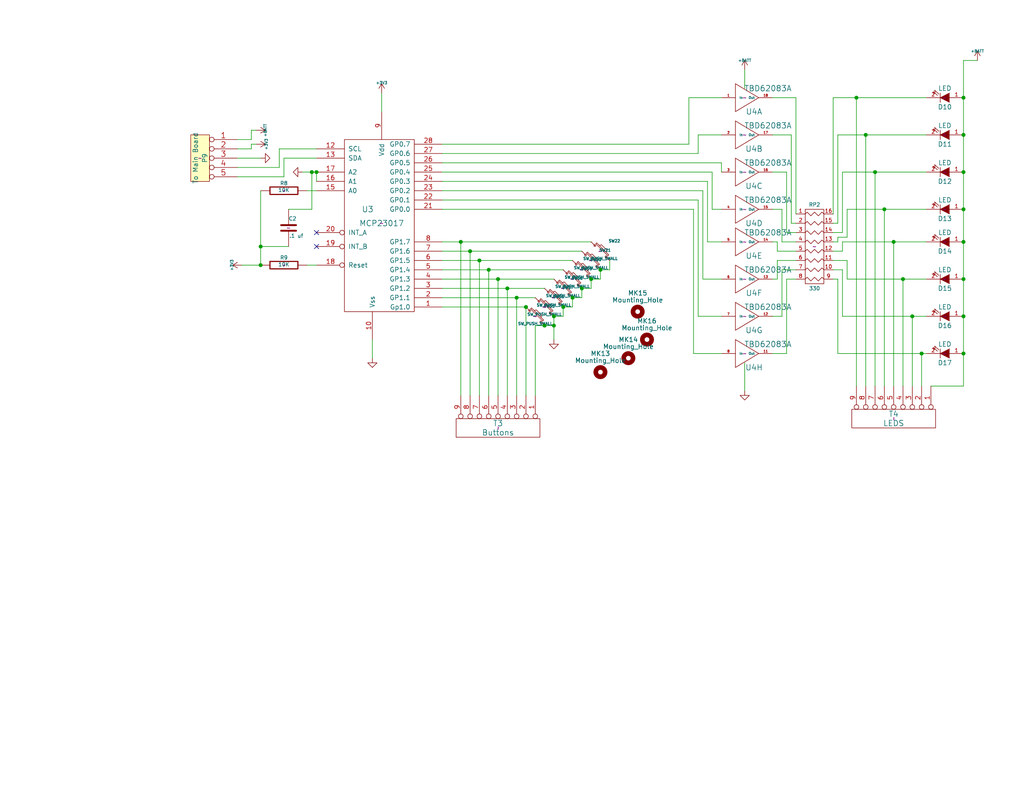
<source format=kicad_sch>
(kicad_sch (version 20211123) (generator eeschema)
  (paper "USLetter")
  (title_block (title "ESP32-S3-WROOM-ControlStand") (date "2022-07-25") (rev "1.0") (company "Deepwoods Software") (comment 1 "Button Led Panel 2"))
  (lib_symbols
    (symbol "ESP32-S3-WROOM-ControlStand-rescue:+3.3V" (power) (pin_names (offset 0))
      (property "Value" "+3.3V" (at 0 3.556 0))
      (symbol "+3.3V_0_1"
        (polyline (pts (xy -0.762 1.27) (xy 0 2.54)))
        (polyline (pts (xy 0 0) (xy 0 2.54)))
        (polyline (pts (xy 0 2.54) (xy 0.762 1.27)))
      )
      (symbol "+3.3V_1_1"
        (pin power_in line (at 0 0 90) (length 0) hide (name "+3V3") (number "1"))
      )
    )
    (symbol "ESP32-S3-WROOM-ControlStand-rescue:+BATT" (power) (pin_names (offset 0))
      (property "Value" "+BATT" (at 0 3.556 0))
      (symbol "+BATT_0_1"
        (polyline (pts (xy -0.762 1.27) (xy 0 2.54)))
        (polyline (pts (xy 0 0) (xy 0 2.54)))
        (polyline (pts (xy 0 2.54) (xy 0.762 1.27)))
      )
      (symbol "+BATT_1_1"
        (pin power_in line (at 0 0 90) (length 0) hide (name "+BATT") (number "1"))
      )
    )
    (symbol "ESP32-S3-WROOM-ControlStand-rescue:C-RESCUE-ESP32ControlStand" (pin_numbers hide) (pin_names (offset 0.254))
      (property "Reference" "C" (at 0 2.54 0))
      (property "Value" "C-RESCUE-ESP32ControlStand" (at 0.1524 -2.159 0))
      (symbol "C-RESCUE-ESP32ControlStand_0_1"
        (polyline (pts (xy -2.032 -0.762) (xy 2.032 -0.762)) (stroke (width 0.508)))
        (polyline (pts (xy -2.032 0.762) (xy 2.032 0.762)) (stroke (width 0.508)))
      )
      (symbol "C-RESCUE-ESP32ControlStand_1_1"
        (pin passive line (at 0 5.08 270) (length 4.318) (name "~") (number "1"))
        (pin passive line (at 0 -5.08 90) (length 4.318) (name "~") (number "2"))
      )
    )
    (symbol "ESP32-S3-WROOM-ControlStand-rescue:CONN_5" (pin_names (offset 1.016))
      (property "Reference" "P" (at -1.27 0 90))
      (property "Value" "CONN_5" (at 1.27 0 90))
      (symbol "CONN_5_0_1"
        (rectangle (start -2.54 6.35) (end 2.54 -6.35) (fill (type background)))
      )
      (symbol "CONN_5_1_1"
        (pin passive inverted (at -10.16 5.08 0) (length 7.62) (name "~") (number "1"))
        (pin passive inverted (at -10.16 2.54 0) (length 7.62) (name "~") (number "2"))
        (pin passive inverted (at -10.16 0 0) (length 7.62) (name "~") (number "3"))
        (pin passive inverted (at -10.16 -2.54 0) (length 7.62) (name "~") (number "4"))
        (pin passive inverted (at -10.16 -5.08 0) (length 7.62) (name "~") (number "5"))
      )
    )
    (symbol "ESP32-S3-WROOM-ControlStand-rescue:CONN_9" (pin_names (offset 1.016) hide)
      (property "Reference" "P" (at -1.27 0 90))
      (property "Value" "CONN_9" (at 1.27 0 90))
      (symbol "CONN_9_0_1"
        (rectangle (start -2.54 11.43) (end 2.54 -11.43))
      )
      (symbol "CONN_9_1_1"
        (pin passive inverted (at -8.89 10.16 0) (length 6.35) (name "P1") (number "1"))
        (pin passive inverted (at -8.89 7.62 0) (length 6.35) (name "P2") (number "2"))
        (pin passive inverted (at -8.89 5.08 0) (length 6.35) (name "P3") (number "3"))
        (pin passive inverted (at -8.89 2.54 0) (length 6.35) (name "P4") (number "4"))
        (pin passive inverted (at -8.89 0 0) (length 6.35) (name "P5") (number "5"))
        (pin passive inverted (at -8.89 -2.54 0) (length 6.35) (name "P6") (number "6"))
        (pin passive inverted (at -8.89 -5.08 0) (length 6.35) (name "P7") (number "7"))
        (pin passive inverted (at -8.89 -7.62 0) (length 6.35) (name "P8") (number "8"))
        (pin passive inverted (at -8.89 -10.16 0) (length 6.35) (name "P9") (number "9"))
      )
    )
    (symbol "ESP32-S3-WROOM-ControlStand-rescue:GND" (power) (pin_names (offset 0))
      (property "Value" "GND" (at 0 -3.81 0))
      (symbol "GND_0_1"
        (polyline (pts (xy 0 0) (xy 0 -1.27) (xy 1.27 -1.27) (xy 0 -2.54) (xy -1.27 -1.27) (xy 0 -1.27)))
      )
      (symbol "GND_1_1"
        (pin power_in line (at 0 0 270) (length 0) hide (name "GND") (number "1"))
      )
    )
    (symbol "ESP32-S3-WROOM-ControlStand-rescue:LED-RESCUE-ESP32ControlStand" (pin_names (offset 1.016) hide)
      (property "Reference" "D" (at 0 2.54 0))
      (property "Value" "LED-RESCUE-ESP32ControlStand" (at 0 -2.54 0))
      (symbol "LED-RESCUE-ESP32ControlStand_0_1"
        (polyline (pts (xy 1.27 1.27) (xy 1.27 -1.27)))
        (polyline (pts (xy -1.27 1.27) (xy 1.27 0) (xy -1.27 -1.27)) (fill (type outline)))
        (polyline (pts (xy 1.651 -1.016) (xy 2.794 -2.032) (xy 2.667 -1.397)))
        (polyline (pts (xy 2.032 -0.635) (xy 3.175 -1.651) (xy 3.048 -1.016)))
      )
      (symbol "LED-RESCUE-ESP32ControlStand_1_1"
        (pin passive line (at -5.08 0 0) (length 3.81) (name "A") (number "1"))
        (pin passive line (at 5.08 0 180) (length 3.81) (name "K") (number "2"))
      )
    )
    (symbol "ESP32-S3-WROOM-ControlStand-rescue:MCP23017-RESCUE-ESP32ControlStand" (pin_names (offset 1.016))
      (property "Reference" "U" (at -3.81 3.81 0))
      (property "Value" "MCP23017-RESCUE-ESP32ControlStand" (at 0 0 0))
      (symbol "MCP23017-RESCUE-ESP32ControlStand_0_1"
        (rectangle (start -10.16 22.86) (end 8.89 -24.13))
      )
      (symbol "MCP23017-RESCUE-ESP32ControlStand_1_1"
        (pin bidirectional line (at 16.51 -22.86 180) (length 7.62) (name "Gp1.0") (number "1"))
        (pin power_in line (at -2.54 -31.75 90) (length 7.62) (name "Vss") (number "10"))
        (pin input line (at -17.78 20.32 0) (length 7.62) (name "SCL") (number "12"))
        (pin bidirectional line (at -17.78 17.78 0) (length 7.62) (name "SDA") (number "13"))
        (pin input line (at -17.78 8.89 0) (length 7.62) (name "A0") (number "15"))
        (pin input line (at -17.78 11.43 0) (length 7.62) (name "A1") (number "16"))
        (pin input line (at -17.78 13.97 0) (length 7.62) (name "A2") (number "17"))
        (pin output inverted (at -17.78 -11.43 0) (length 7.62) (name "Reset") (number "18"))
        (pin output inverted (at -17.78 -6.35 0) (length 7.62) (name "INT_B") (number "19"))
        (pin bidirectional line (at 16.51 -20.32 180) (length 7.62) (name "GP1.1") (number "2"))
        (pin output inverted (at -17.78 -2.54 0) (length 7.62) (name "INT_A") (number "20"))
        (pin bidirectional line (at 16.51 3.81 180) (length 7.62) (name "GP0.0") (number "21"))
        (pin bidirectional line (at 16.51 6.35 180) (length 7.62) (name "GP0.1") (number "22"))
        (pin bidirectional line (at 16.51 8.89 180) (length 7.62) (name "GP0.2") (number "23"))
        (pin bidirectional line (at 16.51 11.43 180) (length 7.62) (name "GP0.3") (number "24"))
        (pin bidirectional line (at 16.51 13.97 180) (length 7.62) (name "GP0.4") (number "25"))
        (pin bidirectional line (at 16.51 16.51 180) (length 7.62) (name "GP0.5") (number "26"))
        (pin bidirectional line (at 16.51 19.05 180) (length 7.62) (name "GP0.6") (number "27"))
        (pin bidirectional line (at 16.51 21.59 180) (length 7.62) (name "GP0.7") (number "28"))
        (pin bidirectional line (at 16.51 -17.78 180) (length 7.62) (name "GP1.2") (number "3"))
        (pin bidirectional line (at 16.51 -15.24 180) (length 7.62) (name "GP1.3") (number "4"))
        (pin bidirectional line (at 16.51 -12.7 180) (length 7.62) (name "GP1.4") (number "5"))
        (pin bidirectional line (at 16.51 -10.16 180) (length 7.62) (name "GP1.5") (number "6"))
        (pin bidirectional line (at 16.51 -7.62 180) (length 7.62) (name "GP1.6") (number "7"))
        (pin bidirectional line (at 16.51 -5.08 180) (length 7.62) (name "GP1.7") (number "8"))
        (pin power_in line (at 0 30.48 270) (length 7.62) (name "Vdd") (number "9"))
      )
    )
    (symbol "ESP32-S3-WROOM-ControlStand-rescue:Mounting_Hole" (pin_names (offset 1.016))
      (property "Reference" "MK" (at 0 5.08 0))
      (property "Value" "Mounting_Hole" (at 0 3.175 0))
      (symbol "Mounting_Hole_0_1"
        (circle (center 0 0) (radius 1.27) (stroke (width 1.27)))
      )
    )
    (symbol "ESP32-S3-WROOM-ControlStand-rescue:R-RESCUE-ESP32ControlStand" (pin_numbers hide) (pin_names (offset 0))
      (property "Reference" "R" (at 2.032 0 90))
      (property "Value" "R-RESCUE-ESP32ControlStand" (at 0.1778 0.0254 90))
      (symbol "R-RESCUE-ESP32ControlStand_0_1"
        (rectangle (start -1.016 3.81) (end 1.016 -3.81) (stroke (width 0.3048)))
      )
      (symbol "R-RESCUE-ESP32ControlStand_1_1"
        (pin passive line (at 0 6.35 270) (length 2.54) (name "~") (number "1"))
        (pin passive line (at 0 -6.35 90) (length 2.54) (name "~") (number "2"))
      )
    )
    (symbol "ESP32-S3-WROOM-ControlStand-rescue:R_PACK8" (pin_names hide)
      (property "Reference" "RP" (at 0 11.43 0))
      (property "Value" "R_PACK8" (at 0 -11.43 0))
      (symbol "R_PACK8_0_1"
        (rectangle (start -2.54 10.16) (end 2.54 -10.16))
        (polyline (pts (xy -2.54 -8.89) (xy -2.032 -8.382) (xy -1.016 -9.398) (xy 0 -8.382) (xy 1.016 -9.398) (xy 2.032 -8.382) (xy 2.54 -8.89)))
        (polyline (pts (xy -2.54 -6.35) (xy -2.032 -5.842) (xy -1.016 -6.858) (xy 0 -5.842) (xy 1.016 -6.858) (xy 2.032 -5.842) (xy 2.54 -6.35)))
        (polyline (pts (xy -2.54 -3.81) (xy -2.032 -3.302) (xy -1.016 -4.318) (xy 0 -3.302) (xy 1.016 -4.318) (xy 2.032 -3.302) (xy 2.54 -3.81)))
        (polyline (pts (xy -2.54 -1.27) (xy -2.032 -0.762) (xy -1.016 -1.778) (xy 0 -0.762) (xy 1.016 -1.778) (xy 2.032 -0.762) (xy 2.54 -1.27)))
        (polyline (pts (xy -2.54 1.27) (xy -2.032 1.778) (xy -1.016 0.762) (xy 0 1.778) (xy 1.016 0.762) (xy 2.032 1.778) (xy 2.54 1.27)))
        (polyline (pts (xy -2.54 3.81) (xy -2.032 4.318) (xy -1.016 3.302) (xy 0 4.318) (xy 1.016 3.302) (xy 2.032 4.318) (xy 2.54 3.81)))
        (polyline (pts (xy -2.54 6.35) (xy -2.032 6.858) (xy -1.016 5.842) (xy 0 6.858) (xy 1.016 5.842) (xy 2.032 6.858) (xy 2.54 6.35)))
        (polyline (pts (xy -2.54 8.89) (xy -2.032 9.398) (xy -1.016 8.382) (xy 0 9.398) (xy 1.016 8.382) (xy 2.032 9.398) (xy 2.54 8.89)))
      )
      (symbol "R_PACK8_1_1"
        (pin passive line (at -5.08 8.89 0) (length 2.54) (name "P1") (number "1"))
        (pin passive line (at 5.08 -6.35 180) (length 2.54) (name "R7") (number "10"))
        (pin passive line (at 5.08 -3.81 180) (length 2.54) (name "R6") (number "11"))
        (pin passive line (at 5.08 -1.27 180) (length 2.54) (name "R5") (number "12"))
        (pin passive line (at 5.08 1.27 180) (length 2.54) (name "R4") (number "13"))
        (pin passive line (at 5.08 3.81 180) (length 2.54) (name "R3") (number "14"))
        (pin passive line (at 5.08 6.35 180) (length 2.54) (name "R2") (number "15"))
        (pin passive line (at 5.08 8.89 180) (length 2.54) (name "R1") (number "16"))
        (pin passive line (at -5.08 6.35 0) (length 2.54) (name "P2") (number "2"))
        (pin passive line (at -5.08 3.81 0) (length 2.54) (name "P3") (number "3"))
        (pin passive line (at -5.08 1.27 0) (length 2.54) (name "P4") (number "4"))
        (pin passive line (at -5.08 -1.27 0) (length 2.54) (name "P5") (number "5"))
        (pin passive line (at -5.08 -3.81 0) (length 2.54) (name "P6") (number "6"))
        (pin passive line (at -5.08 -6.35 0) (length 2.54) (name "P7") (number "7"))
        (pin passive line (at -5.08 -8.89 0) (length 2.54) (name "P8") (number "8"))
        (pin passive line (at 5.08 -8.89 180) (length 2.54) (name "R8") (number "9"))
      )
    )
    (symbol "ESP32-S3-WROOM-ControlStand-rescue:SW_PUSH_SMALL" (pin_numbers hide) (pin_names (offset 1.016) hide)
      (property "Reference" "SW" (at 3.81 2.794 0))
      (property "Value" "SW_PUSH_SMALL" (at 0 -2.0066 0))
      (symbol "SW_PUSH_SMALL_0_1"
        (circle (center -1.524 1.524) (radius 0.254))
        (polyline (pts (xy -2.54 2.54) (xy -1.524 1.524) (xy -1.524 1.524)))
        (polyline (pts (xy 1.524 -1.524) (xy 2.54 -2.54) (xy 2.54 -2.54) (xy 2.54 -2.54)))
        (polyline (pts (xy -0.254 1.524) (xy 0.254 1.778) (xy 1.778 0.254) (xy 1.524 -0.254) (xy 1.524 -0.254) (xy 1.524 -0.254)))
        (polyline (pts (xy -1.27 2.032) (xy 2.032 -1.27) (xy 2.286 -1.016) (xy -1.016 2.286) (xy -1.27 2.032) (xy -1.27 2.032) (xy -1.27 2.032)))
        (circle (center 1.524 -1.524) (radius 0.254))
        (pin passive line (at -2.54 2.54 0) (length 0) (name "1") (number "1"))
        (pin passive line (at 2.54 -2.54 180) (length 0) (name "2") (number "2"))
      )
    )
    (symbol "ESP32-S3-WROOM-ControlStand-rescue:TBD62083A" (pin_names (offset 1.016))
      (property "Reference" "U" (at 2.54 -3.81 0))
      (property "Value" "TBD62083A" (at 6.35 2.54 0))
      (symbol "TBD62083A_0_1"
        (polyline (pts (xy -2.54 3.81) (xy 3.81 0) (xy -2.54 -3.81) (xy -2.54 3.81)))
        (pin unspecified line (at 0 2.54 0) (length 0) hide (name "OC") (number "10"))
        (pin unspecified line (at 0 -2.54 0) (length 0) hide (name "IC") (number "9"))
      )
      (symbol "TBD62083A_1_1"
        (pin input line (at -6.35 0 0) (length 3.81) (name "In") (number "1"))
        (pin output line (at 7.62 0 180) (length 3.81) (name "Out") (number "18"))
      )
      (symbol "TBD62083A_2_1"
        (pin output line (at 7.62 0 180) (length 3.81) (name "Out") (number "17"))
        (pin input line (at -6.35 0 0) (length 3.81) (name "In") (number "2"))
      )
      (symbol "TBD62083A_3_1"
        (pin output line (at 7.62 0 180) (length 3.81) (name "Out") (number "16"))
        (pin input line (at -6.35 0 0) (length 3.81) (name "In") (number "3"))
      )
      (symbol "TBD62083A_4_1"
        (pin output line (at 7.62 0 180) (length 3.81) (name "Out") (number "15"))
        (pin input line (at -6.35 0 0) (length 3.81) (name "In") (number "4"))
      )
      (symbol "TBD62083A_5_1"
        (pin output line (at 7.62 0 180) (length 3.81) (name "Out") (number "14"))
        (pin input line (at -6.35 0 0) (length 3.81) (name "In") (number "5"))
      )
      (symbol "TBD62083A_6_1"
        (pin output line (at 7.62 0 180) (length 3.81) (name "Out") (number "13"))
        (pin input line (at -6.35 0 0) (length 3.81) (name "In") (number "6"))
      )
      (symbol "TBD62083A_7_1"
        (pin output line (at 7.62 0 180) (length 3.81) (name "Out") (number "12"))
        (pin input line (at -6.35 0 0) (length 3.81) (name "In") (number "7"))
      )
      (symbol "TBD62083A_8_1"
        (pin output line (at 7.62 0 180) (length 3.81) (name "Out") (number "11"))
        (pin input line (at -6.35 0 0) (length 3.81) (name "In") (number "8"))
      )
    )
  )
  (junction (at 138.43 78.74))
  (junction (at 161.29 76.2))
  (junction (at 233.68 26.67))
  (junction (at 248.92 86.36))
  (junction (at 130.81 71.12))
  (junction (at 143.51 83.82))
  (junction (at 243.84 66.04))
  (junction (at 236.22 36.83))
  (junction (at 251.46 96.52))
  (junction (at 140.97 81.28))
  (junction (at 153.67 83.82))
  (junction (at 85.09 46.99))
  (junction (at 262.89 76.2))
  (junction (at 262.89 96.52))
  (junction (at 262.89 86.36))
  (junction (at 135.89 76.2))
  (junction (at 238.76 46.99))
  (junction (at 151.13 88.9))
  (junction (at 246.38 76.2))
  (junction (at 262.89 26.67))
  (junction (at 241.3 57.15))
  (junction (at 262.89 57.15))
  (junction (at 86.36 46.99))
  (junction (at 262.89 46.99))
  (junction (at 156.21 81.28))
  (junction (at 262.89 36.83))
  (junction (at 133.35 73.66))
  (junction (at 151.13 86.36))
  (junction (at 262.89 66.04))
  (junction (at 148.59 88.9))
  (junction (at 71.12 67.31))
  (junction (at 125.73 66.04))
  (junction (at 128.27 68.58))
  (junction (at 71.12 72.39))
  (junction (at 158.75 78.74))
  (junction (at 163.83 73.66))
  (no_connect (at 86.36 63.5))
  (no_connect (at 86.36 67.31))
  (wire (pts (xy 193.04 66.04) (xy 196.85 66.04)))
  (wire (pts (xy 68.58 40.64) (xy 68.58 39.37)))
  (wire (pts (xy 135.89 76.2) (xy 151.13 76.2)))
  (wire (pts (xy 120.65 78.74) (xy 138.43 78.74)))
  (wire (pts (xy 120.65 66.04) (xy 125.73 66.04)))
  (wire (pts (xy 193.04 49.53) (xy 193.04 66.04)))
  (wire (pts (xy 228.6 64.77) (xy 228.6 66.04)))
  (wire (pts (xy 76.2 45.72) (xy 76.2 40.64)))
  (wire (pts (xy 166.37 71.12) (xy 166.37 73.66)))
  (wire (pts (xy 215.9 36.83) (xy 215.9 60.96)))
  (wire (pts (xy 120.65 71.12) (xy 130.81 71.12)))
  (wire (pts (xy 214.63 46.99) (xy 214.63 63.5)))
  (wire (pts (xy 231.14 71.12) (xy 227.33 71.12)))
  (wire (pts (xy 228.6 76.2) (xy 228.6 96.52)))
  (wire (pts (xy 104.14 25.4) (xy 104.14 30.48)))
  (wire (pts (xy 214.63 76.2) (xy 217.17 76.2)))
  (wire (pts (xy 130.81 71.12) (xy 156.21 71.12)))
  (wire (pts (xy 229.87 68.58) (xy 227.33 68.58)))
  (wire (pts (xy 143.51 83.82) (xy 143.51 107.95)))
  (wire (pts (xy 241.3 57.15) (xy 252.73 57.15)))
  (wire (pts (xy 231.14 57.15) (xy 241.3 57.15)))
  (wire (pts (xy 85.09 57.15) (xy 85.09 46.99)))
  (wire (pts (xy 187.96 26.67) (xy 196.85 26.67)))
  (wire (pts (xy 214.63 63.5) (xy 217.17 63.5)))
  (wire (pts (xy 190.5 36.83) (xy 196.85 36.83)))
  (wire (pts (xy 229.87 66.04) (xy 229.87 68.58)))
  (wire (pts (xy 189.23 57.15) (xy 189.23 96.52)))
  (wire (pts (xy 228.6 96.52) (xy 251.46 96.52)))
  (wire (pts (xy 120.65 49.53) (xy 193.04 49.53)))
  (wire (pts (xy 262.89 105.41) (xy 254 105.41)))
  (wire (pts (xy 71.12 67.31) (xy 71.12 72.39)))
  (wire (pts (xy 64.77 40.64) (xy 68.58 40.64)))
  (wire (pts (xy 203.2 99.06) (xy 203.2 106.68)))
  (wire (pts (xy 243.84 66.04) (xy 252.73 66.04)))
  (wire (pts (xy 262.89 26.67) (xy 262.89 36.83)))
  (wire (pts (xy 227.33 26.67) (xy 233.68 26.67)))
  (wire (pts (xy 77.47 48.26) (xy 77.47 43.18)))
  (wire (pts (xy 190.5 54.61) (xy 190.5 86.36)))
  (wire (pts (xy 133.35 73.66) (xy 153.67 73.66)))
  (wire (pts (xy 158.75 81.28) (xy 156.21 81.28)))
  (wire (pts (xy 262.89 46.99) (xy 262.89 57.15)))
  (wire (pts (xy 163.83 73.66) (xy 163.83 76.2)))
  (wire (pts (xy 163.83 76.2) (xy 161.29 76.2)))
  (wire (pts (xy 120.65 81.28) (xy 140.97 81.28)))
  (wire (pts (xy 212.09 71.12) (xy 217.17 71.12)))
  (wire (pts (xy 262.89 57.15) (xy 262.89 66.04)))
  (wire (pts (xy 217.17 26.67) (xy 210.82 26.67)))
  (wire (pts (xy 248.92 105.41) (xy 248.92 86.36)))
  (wire (pts (xy 151.13 86.36) (xy 151.13 88.9)))
  (wire (pts (xy 262.89 76.2) (xy 262.89 86.36)))
  (wire (pts (xy 210.82 76.2) (xy 212.09 76.2)))
  (wire (pts (xy 120.65 68.58) (xy 128.27 68.58)))
  (wire (pts (xy 64.77 45.72) (xy 76.2 45.72)))
  (wire (pts (xy 151.13 88.9) (xy 151.13 92.71)))
  (wire (pts (xy 64.77 48.26) (xy 77.47 48.26)))
  (wire (pts (xy 262.89 36.83) (xy 262.89 46.99)))
  (wire (pts (xy 213.36 66.04) (xy 217.17 66.04)))
  (wire (pts (xy 228.6 36.83) (xy 236.22 36.83)))
  (wire (pts (xy 125.73 107.95) (xy 125.73 66.04)))
  (wire (pts (xy 71.12 72.39) (xy 66.04 72.39)))
  (wire (pts (xy 133.35 107.95) (xy 133.35 73.66)))
  (wire (pts (xy 194.31 57.15) (xy 196.85 57.15)))
  (wire (pts (xy 213.36 73.66) (xy 217.17 73.66)))
  (wire (pts (xy 229.87 46.99) (xy 238.76 46.99)))
  (wire (pts (xy 212.09 76.2) (xy 212.09 71.12)))
  (wire (pts (xy 156.21 83.82) (xy 153.67 83.82)))
  (wire (pts (xy 246.38 76.2) (xy 252.73 76.2)))
  (wire (pts (xy 77.47 43.18) (xy 86.36 43.18)))
  (wire (pts (xy 101.6 92.71) (xy 101.6 97.79)))
  (wire (pts (xy 227.33 58.42) (xy 227.33 26.67)))
  (wire (pts (xy 231.14 64.77) (xy 228.6 64.77)))
  (wire (pts (xy 214.63 96.52) (xy 214.63 76.2)))
  (wire (pts (xy 120.65 73.66) (xy 133.35 73.66)))
  (wire (pts (xy 68.58 39.37) (xy 69.85 39.37)))
  (wire (pts (xy 135.89 107.95) (xy 135.89 76.2)))
  (wire (pts (xy 120.65 76.2) (xy 135.89 76.2)))
  (wire (pts (xy 190.5 41.91) (xy 190.5 36.83)))
  (wire (pts (xy 229.87 66.04) (xy 243.84 66.04)))
  (wire (pts (xy 227.33 73.66) (xy 229.87 73.66)))
  (wire (pts (xy 231.14 76.2) (xy 246.38 76.2)))
  (wire (pts (xy 194.31 46.99) (xy 194.31 57.15)))
  (wire (pts (xy 120.65 52.07) (xy 191.77 52.07)))
  (wire (pts (xy 68.58 35.56) (xy 69.85 35.56)))
  (wire (pts (xy 191.77 76.2) (xy 196.85 76.2)))
  (wire (pts (xy 246.38 105.41) (xy 246.38 76.2)))
  (wire (pts (xy 120.65 39.37) (xy 187.96 39.37)))
  (wire (pts (xy 212.09 68.58) (xy 217.17 68.58)))
  (wire (pts (xy 229.87 46.99) (xy 229.87 63.5)))
  (wire (pts (xy 243.84 105.41) (xy 243.84 66.04)))
  (wire (pts (xy 120.65 83.82) (xy 143.51 83.82)))
  (wire (pts (xy 138.43 78.74) (xy 148.59 78.74)))
  (wire (pts (xy 210.82 66.04) (xy 212.09 66.04)))
  (wire (pts (xy 196.85 44.45) (xy 196.85 46.99)))
  (wire (pts (xy 238.76 105.41) (xy 238.76 46.99)))
  (wire (pts (xy 210.82 57.15) (xy 213.36 57.15)))
  (wire (pts (xy 227.33 76.2) (xy 228.6 76.2)))
  (wire (pts (xy 140.97 107.95) (xy 140.97 81.28)))
  (wire (pts (xy 248.92 86.36) (xy 252.73 86.36)))
  (wire (pts (xy 86.36 52.07) (xy 83.82 52.07)))
  (wire (pts (xy 161.29 76.2) (xy 161.29 78.74)))
  (wire (pts (xy 128.27 68.58) (xy 158.75 68.58)))
  (wire (pts (xy 210.82 96.52) (xy 214.63 96.52)))
  (wire (pts (xy 213.36 86.36) (xy 213.36 73.66)))
  (wire (pts (xy 241.3 105.41) (xy 241.3 57.15)))
  (wire (pts (xy 262.89 16.51) (xy 266.7 16.51)))
  (wire (pts (xy 78.74 67.31) (xy 71.12 67.31)))
  (wire (pts (xy 161.29 78.74) (xy 158.75 78.74)))
  (wire (pts (xy 64.77 38.1) (xy 68.58 38.1)))
  (wire (pts (xy 158.75 78.74) (xy 158.75 81.28)))
  (wire (pts (xy 125.73 66.04) (xy 161.29 66.04)))
  (wire (pts (xy 203.2 19.05) (xy 203.2 24.13)))
  (wire (pts (xy 233.68 105.41) (xy 233.68 26.67)))
  (wire (pts (xy 86.36 46.99) (xy 85.09 46.99)))
  (wire (pts (xy 68.58 38.1) (xy 68.58 35.56)))
  (wire (pts (xy 190.5 86.36) (xy 196.85 86.36)))
  (wire (pts (xy 140.97 81.28) (xy 146.05 81.28)))
  (wire (pts (xy 251.46 105.41) (xy 251.46 96.52)))
  (wire (pts (xy 229.87 86.36) (xy 248.92 86.36)))
  (wire (pts (xy 148.59 88.9) (xy 151.13 88.9)))
  (wire (pts (xy 153.67 86.36) (xy 151.13 86.36)))
  (wire (pts (xy 213.36 57.15) (xy 213.36 66.04)))
  (wire (pts (xy 262.89 96.52) (xy 262.89 105.41)))
  (wire (pts (xy 229.87 63.5) (xy 227.33 63.5)))
  (wire (pts (xy 120.65 54.61) (xy 190.5 54.61)))
  (wire (pts (xy 262.89 86.36) (xy 262.89 96.52)))
  (wire (pts (xy 86.36 49.53) (xy 86.36 46.99)))
  (wire (pts (xy 120.65 57.15) (xy 189.23 57.15)))
  (wire (pts (xy 120.65 44.45) (xy 196.85 44.45)))
  (wire (pts (xy 238.76 46.99) (xy 252.73 46.99)))
  (wire (pts (xy 233.68 26.67) (xy 252.73 26.67)))
  (wire (pts (xy 214.63 46.99) (xy 210.82 46.99)))
  (wire (pts (xy 166.37 73.66) (xy 163.83 73.66)))
  (wire (pts (xy 262.89 66.04) (xy 262.89 76.2)))
  (wire (pts (xy 228.6 36.83) (xy 228.6 60.96)))
  (wire (pts (xy 128.27 107.95) (xy 128.27 68.58)))
  (wire (pts (xy 228.6 60.96) (xy 227.33 60.96)))
  (wire (pts (xy 251.46 96.52) (xy 252.73 96.52)))
  (wire (pts (xy 262.89 16.51) (xy 262.89 26.67)))
  (wire (pts (xy 231.14 71.12) (xy 231.14 76.2)))
  (wire (pts (xy 215.9 60.96) (xy 217.17 60.96)))
  (wire (pts (xy 228.6 66.04) (xy 227.33 66.04)))
  (wire (pts (xy 156.21 81.28) (xy 156.21 83.82)))
  (wire (pts (xy 146.05 88.9) (xy 148.59 88.9)))
  (wire (pts (xy 236.22 36.83) (xy 252.73 36.83)))
  (wire (pts (xy 191.77 52.07) (xy 191.77 76.2)))
  (wire (pts (xy 212.09 66.04) (xy 212.09 68.58)))
  (wire (pts (xy 120.65 41.91) (xy 190.5 41.91)))
  (wire (pts (xy 217.17 58.42) (xy 217.17 26.67)))
  (wire (pts (xy 146.05 107.95) (xy 146.05 88.9)))
  (wire (pts (xy 76.2 40.64) (xy 86.36 40.64)))
  (wire (pts (xy 231.14 57.15) (xy 231.14 64.77)))
  (wire (pts (xy 210.82 86.36) (xy 213.36 86.36)))
  (wire (pts (xy 85.09 46.99) (xy 82.55 46.99)))
  (wire (pts (xy 120.65 46.99) (xy 194.31 46.99)))
  (wire (pts (xy 130.81 107.95) (xy 130.81 71.12)))
  (wire (pts (xy 236.22 105.41) (xy 236.22 36.83)))
  (wire (pts (xy 229.87 73.66) (xy 229.87 86.36)))
  (wire (pts (xy 78.74 57.15) (xy 85.09 57.15)))
  (wire (pts (xy 189.23 96.52) (xy 196.85 96.52)))
  (wire (pts (xy 138.43 107.95) (xy 138.43 78.74)))
  (wire (pts (xy 187.96 39.37) (xy 187.96 26.67)))
  (wire (pts (xy 71.12 43.18) (xy 64.77 43.18)))
  (wire (pts (xy 153.67 83.82) (xy 153.67 86.36)))
  (wire (pts (xy 71.12 52.07) (xy 71.12 67.31)))
  (wire (pts (xy 215.9 36.83) (xy 210.82 36.83)))
  (wire (pts (xy 86.36 72.39) (xy 83.82 72.39)))
  (symbol (lib_id "ESP32-S3-WROOM-ControlStand-rescue:MCP23017-RESCUE-ESP32ControlStand") (at 104.14 60.96 0) (unit 1)
    (property "Reference" "U3" (at 100.33 57.15 0) (effects (font (size 1.524 1.524))))
    (property "Value" "MCP23017" (at 104.14 60.96 0) (effects (font (size 1.524 1.524))))
    (property "Footprint" "Housings_SOIC:SOIC-28W_7.5x17.9mm_Pitch1.27mm" (effects hide))
    (property "Datasheet" "~" (at 104.14 60.96 0) (effects (font (size 1.524 1.524))))
    (property "Mouser Part Number" "79-MCP23017-E/SO " (effects hide))
  )
  (symbol (lib_id "ESP32-S3-WROOM-ControlStand-rescue:TBD62083A") (at 203.2 26.67 0) (unit 1)
    (property "Reference" "U4" (at 205.74 30.48 0) (effects (font (size 1.524 1.524))))
    (property "Value" "TBD62083A" (at 209.55 24.13 0) (effects (font (size 1.524 1.524))))
    (property "Footprint" "Housings_SOIC:SOIC-18W_7.5x11.6mm_Pitch1.27mm" (effects hide))
    (property "Datasheet" "~" (at 203.2 26.67 0) (effects (font (size 1.524 1.524))))
    (property "Mouser Part Number" "757-TBD62083AFG" (effects hide))
  )
  (symbol (lib_id "ESP32-S3-WROOM-ControlStand-rescue:TBD62083A") (at 203.2 36.83 0) (unit 2)
    (property "Reference" "U4" (at 205.74 40.64 0) (effects (font (size 1.524 1.524))))
    (property "Value" "TBD62083A" (at 209.55 34.29 0) (effects (font (size 1.524 1.524))))
    (property "Footprint" "Housings_SOIC:SOIC-18W_7.5x11.6mm_Pitch1.27mm" (effects hide))
    (property "Datasheet" "~" (at 203.2 36.83 0) (effects (font (size 1.524 1.524))))
  )
  (symbol (lib_id "ESP32-S3-WROOM-ControlStand-rescue:TBD62083A") (at 203.2 46.99 0) (unit 3)
    (property "Reference" "U4" (at 205.74 50.8 0) (effects (font (size 1.524 1.524))))
    (property "Value" "TBD62083A" (at 209.55 44.45 0) (effects (font (size 1.524 1.524))))
    (property "Footprint" "Housings_SOIC:SOIC-18W_7.5x11.6mm_Pitch1.27mm" (effects hide))
    (property "Datasheet" "~" (at 203.2 46.99 0) (effects (font (size 1.524 1.524))))
  )
  (symbol (lib_id "ESP32-S3-WROOM-ControlStand-rescue:TBD62083A") (at 203.2 57.15 0) (unit 4)
    (property "Reference" "U4" (at 205.74 60.96 0) (effects (font (size 1.524 1.524))))
    (property "Value" "TBD62083A" (at 209.55 54.61 0) (effects (font (size 1.524 1.524))))
    (property "Footprint" "Housings_SOIC:SOIC-18W_7.5x11.6mm_Pitch1.27mm" (effects hide))
    (property "Datasheet" "~" (at 203.2 57.15 0) (effects (font (size 1.524 1.524))))
  )
  (symbol (lib_id "ESP32-S3-WROOM-ControlStand-rescue:TBD62083A") (at 203.2 66.04 0) (unit 5)
    (property "Reference" "U4" (at 205.74 69.85 0) (effects (font (size 1.524 1.524))))
    (property "Value" "TBD62083A" (at 209.55 63.5 0) (effects (font (size 1.524 1.524))))
    (property "Footprint" "Housings_SOIC:SOIC-18W_7.5x11.6mm_Pitch1.27mm" (effects hide))
    (property "Datasheet" "~" (at 203.2 66.04 0) (effects (font (size 1.524 1.524))))
  )
  (symbol (lib_id "ESP32-S3-WROOM-ControlStand-rescue:TBD62083A") (at 203.2 76.2 0) (unit 6)
    (property "Reference" "U4" (at 205.74 80.01 0) (effects (font (size 1.524 1.524))))
    (property "Value" "TBD62083A" (at 209.55 73.66 0) (effects (font (size 1.524 1.524))))
    (property "Footprint" "Housings_SOIC:SOIC-18W_7.5x11.6mm_Pitch1.27mm" (effects hide))
    (property "Datasheet" "~" (at 203.2 76.2 0) (effects (font (size 1.524 1.524))))
  )
  (symbol (lib_id "ESP32-S3-WROOM-ControlStand-rescue:TBD62083A") (at 203.2 86.36 0) (unit 7)
    (property "Reference" "U4" (at 205.74 90.17 0) (effects (font (size 1.524 1.524))))
    (property "Value" "TBD62083A" (at 209.55 83.82 0) (effects (font (size 1.524 1.524))))
    (property "Footprint" "Housings_SOIC:SOIC-18W_7.5x11.6mm_Pitch1.27mm" (effects hide))
    (property "Datasheet" "~" (at 203.2 86.36 0) (effects (font (size 1.524 1.524))))
  )
  (symbol (lib_id "ESP32-S3-WROOM-ControlStand-rescue:TBD62083A") (at 203.2 96.52 0) (unit 8)
    (property "Reference" "U4" (at 205.74 100.33 0) (effects (font (size 1.524 1.524))))
    (property "Value" "TBD62083A" (at 209.55 93.98 0) (effects (font (size 1.524 1.524))))
    (property "Footprint" "Housings_SOIC:SOIC-18W_7.5x11.6mm_Pitch1.27mm" (effects hide))
    (property "Datasheet" "~" (at 203.2 96.52 0) (effects (font (size 1.524 1.524))))
  )
  (symbol (lib_id "ESP32-S3-WROOM-ControlStand-rescue:SW_PUSH_SMALL") (at 163.83 68.58 0) (unit 1)
    (property "Reference" "SW22" (at 167.64 65.786 0) (effects (font (size 0.762 0.762))))
    (property "Value" "SW_PUSH_SMALL" (at 163.83 70.5866 0) (effects (font (size 0.762 0.762))))
    (property "Footprint" "Buttons_Switches_THT:SW_PUSH_6mm" (effects hide))
    (property "Datasheet" "~" (at 163.83 68.58 0) (effects (font (size 1.524 1.524))))
    (property "Mouser Part Number" "179-TS026660BK160LCR" (effects hide))
  )
  (symbol (lib_id "ESP32-S3-WROOM-ControlStand-rescue:SW_PUSH_SMALL") (at 161.29 71.12 0) (unit 1)
    (property "Reference" "SW21" (at 165.1 68.326 0) (effects (font (size 0.762 0.762))))
    (property "Value" "SW_PUSH_SMALL" (at 161.29 73.1266 0) (effects (font (size 0.762 0.762))))
    (property "Footprint" "Buttons_Switches_THT:SW_PUSH_6mm" (effects hide))
    (property "Datasheet" "~" (at 161.29 71.12 0) (effects (font (size 1.524 1.524))))
    (property "Mouser Part Number" "179-TS026660BK160LCR" (effects hide))
  )
  (symbol (lib_id "ESP32-S3-WROOM-ControlStand-rescue:SW_PUSH_SMALL") (at 158.75 73.66 0) (unit 1)
    (property "Reference" "SW20" (at 162.56 70.866 0) (effects (font (size 0.762 0.762))))
    (property "Value" "SW_PUSH_SMALL" (at 158.75 75.6666 0) (effects (font (size 0.762 0.762))))
    (property "Footprint" "Buttons_Switches_THT:SW_PUSH_6mm" (effects hide))
    (property "Datasheet" "~" (at 158.75 73.66 0) (effects (font (size 1.524 1.524))))
    (property "Mouser Part Number" "179-TS026660BK160LCR" (effects hide))
  )
  (symbol (lib_id "ESP32-S3-WROOM-ControlStand-rescue:SW_PUSH_SMALL") (at 146.05 86.36 0) (unit 1)
    (property "Reference" "SW15" (at 149.86 83.566 0) (effects (font (size 0.762 0.762))))
    (property "Value" "SW_PUSH_SMALL" (at 146.05 88.3666 0) (effects (font (size 0.762 0.762))))
    (property "Footprint" "Buttons_Switches_THT:SW_PUSH_6mm" (effects hide))
    (property "Datasheet" "~" (at 146.05 86.36 0) (effects (font (size 1.524 1.524))))
    (property "Mouser Part Number" "179-TS026660BK160LCR" (effects hide))
  )
  (symbol (lib_id "ESP32-S3-WROOM-ControlStand-rescue:SW_PUSH_SMALL") (at 156.21 76.2 0) (unit 1)
    (property "Reference" "SW19" (at 160.02 73.406 0) (effects (font (size 0.762 0.762))))
    (property "Value" "SW_PUSH_SMALL" (at 156.21 78.2066 0) (effects (font (size 0.762 0.762))))
    (property "Footprint" "Buttons_Switches_THT:SW_PUSH_6mm" (effects hide))
    (property "Datasheet" "~" (at 156.21 76.2 0) (effects (font (size 1.524 1.524))))
    (property "Mouser Part Number" "179-TS026660BK160LCR" (effects hide))
  )
  (symbol (lib_id "ESP32-S3-WROOM-ControlStand-rescue:SW_PUSH_SMALL") (at 151.13 81.28 0) (unit 1)
    (property "Reference" "SW17" (at 154.94 78.486 0) (effects (font (size 0.762 0.762))))
    (property "Value" "SW_PUSH_SMALL" (at 151.13 83.2866 0) (effects (font (size 0.762 0.762))))
    (property "Footprint" "Buttons_Switches_THT:SW_PUSH_6mm" (effects hide))
    (property "Datasheet" "~" (at 151.13 81.28 0) (effects (font (size 1.524 1.524))))
    (property "Mouser Part Number" "179-TS026660BK160LCR" (effects hide))
  )
  (symbol (lib_id "ESP32-S3-WROOM-ControlStand-rescue:SW_PUSH_SMALL") (at 153.67 78.74 0) (unit 1)
    (property "Reference" "SW18" (at 157.48 75.946 0) (effects (font (size 0.762 0.762))))
    (property "Value" "SW_PUSH_SMALL" (at 153.67 80.7466 0) (effects (font (size 0.762 0.762))))
    (property "Footprint" "Buttons_Switches_THT:SW_PUSH_6mm" (effects hide))
    (property "Datasheet" "~" (at 153.67 78.74 0) (effects (font (size 1.524 1.524))))
    (property "Mouser Part Number" "179-TS026660BK160LCR" (effects hide))
  )
  (symbol (lib_id "ESP32-S3-WROOM-ControlStand-rescue:SW_PUSH_SMALL") (at 148.59 83.82 0) (unit 1)
    (property "Reference" "SW16" (at 152.4 81.026 0) (effects (font (size 0.762 0.762))))
    (property "Value" "SW_PUSH_SMALL" (at 148.59 85.8266 0) (effects (font (size 0.762 0.762))))
    (property "Footprint" "Buttons_Switches_THT:SW_PUSH_6mm" (effects hide))
    (property "Datasheet" "~" (at 148.59 83.82 0) (effects (font (size 1.524 1.524))))
    (property "Mouser Part Number" "179-TS026660BK160LCR" (effects hide))
  )
  (symbol (lib_id "ESP32-S3-WROOM-ControlStand-rescue:GND") (at 151.13 92.71 0) (unit 1)
    (property "Reference" "#PWR032" (effects hide))
    (property "Value" "GND" (effects hide))
  )
  (symbol (lib_id "ESP32-S3-WROOM-ControlStand-rescue:LED-RESCUE-ESP32ControlStand") (at 257.81 26.67 180) (unit 1)
    (property "Reference" "D10" (at 257.81 29.21 0))
    (property "Value" "LED" (at 257.81 24.13 0))
    (property "Footprint" "LEDs:LED_D5.0mm" (effects hide))
    (property "Datasheet" "~" (at 257.81 26.67 0) (effects (font (size 1.524 1.524))))
  )
  (symbol (lib_id "ESP32-S3-WROOM-ControlStand-rescue:LED-RESCUE-ESP32ControlStand") (at 257.81 36.83 180) (unit 1)
    (property "Reference" "D11" (at 257.81 39.37 0))
    (property "Value" "LED" (at 257.81 34.29 0))
    (property "Footprint" "LEDs:LED_D5.0mm" (effects hide))
    (property "Datasheet" "~" (at 257.81 36.83 0) (effects (font (size 1.524 1.524))))
  )
  (symbol (lib_id "ESP32-S3-WROOM-ControlStand-rescue:LED-RESCUE-ESP32ControlStand") (at 257.81 46.99 180) (unit 1)
    (property "Reference" "D12" (at 257.81 49.53 0))
    (property "Value" "LED" (at 257.81 44.45 0))
    (property "Footprint" "LEDs:LED_D5.0mm" (effects hide))
    (property "Datasheet" "~" (at 257.81 46.99 0) (effects (font (size 1.524 1.524))))
  )
  (symbol (lib_id "ESP32-S3-WROOM-ControlStand-rescue:LED-RESCUE-ESP32ControlStand") (at 257.81 57.15 180) (unit 1)
    (property "Reference" "D13" (at 257.81 59.69 0))
    (property "Value" "LED" (at 257.81 54.61 0))
    (property "Footprint" "LEDs:LED_D5.0mm" (effects hide))
    (property "Datasheet" "~" (at 257.81 57.15 0) (effects (font (size 1.524 1.524))))
  )
  (symbol (lib_id "ESP32-S3-WROOM-ControlStand-rescue:LED-RESCUE-ESP32ControlStand") (at 257.81 66.04 180) (unit 1)
    (property "Reference" "D14" (at 257.81 68.58 0))
    (property "Value" "LED" (at 257.81 63.5 0))
    (property "Footprint" "LEDs:LED_D5.0mm" (effects hide))
    (property "Datasheet" "~" (at 257.81 66.04 0) (effects (font (size 1.524 1.524))))
  )
  (symbol (lib_id "ESP32-S3-WROOM-ControlStand-rescue:LED-RESCUE-ESP32ControlStand") (at 257.81 76.2 180) (unit 1)
    (property "Reference" "D15" (at 257.81 78.74 0))
    (property "Value" "LED" (at 257.81 73.66 0))
    (property "Footprint" "LEDs:LED_D5.0mm" (effects hide))
    (property "Datasheet" "~" (at 257.81 76.2 0) (effects (font (size 1.524 1.524))))
  )
  (symbol (lib_id "ESP32-S3-WROOM-ControlStand-rescue:LED-RESCUE-ESP32ControlStand") (at 257.81 86.36 180) (unit 1)
    (property "Reference" "D16" (at 257.81 88.9 0))
    (property "Value" "LED" (at 257.81 83.82 0))
    (property "Footprint" "LEDs:LED_D5.0mm" (effects hide))
    (property "Datasheet" "~" (at 257.81 86.36 0) (effects (font (size 1.524 1.524))))
  )
  (symbol (lib_id "ESP32-S3-WROOM-ControlStand-rescue:LED-RESCUE-ESP32ControlStand") (at 257.81 96.52 180) (unit 1)
    (property "Reference" "D17" (at 257.81 99.06 0))
    (property "Value" "LED" (at 257.81 93.98 0))
    (property "Footprint" "LEDs:LED_D5.0mm" (effects hide))
    (property "Datasheet" "~" (at 257.81 96.52 0) (effects (font (size 1.524 1.524))))
  )
  (symbol (lib_id "ESP32-S3-WROOM-ControlStand-rescue:R_PACK8") (at 222.25 67.31 0) (unit 1)
    (property "Reference" "RP2" (at 222.25 55.88 0) (effects (font (size 1.016 1.016))))
    (property "Value" "330" (at 222.25 78.74 0) (effects (font (size 1.016 1.016))))
    (property "Footprint" "48xxP:4816P" (effects hide))
    (property "Datasheet" "~" (at 222.25 67.31 0) (effects (font (size 1.524 1.524))))
    (property "Mouser Part Number" "652-4816P-T1LF-330" (effects hide))
  )
  (symbol (lib_id "ESP32-S3-WROOM-ControlStand-rescue:+BATT") (at 203.2 19.05 0) (unit 1)
    (property "Reference" "#PWR033" (effects hide))
    (property "Value" "+BATT" (at 203.2 16.51 0) (effects (font (size 0.762 0.762))))
  )
  (symbol (lib_id "ESP32-S3-WROOM-ControlStand-rescue:GND") (at 203.2 106.68 0) (unit 1)
    (property "Reference" "#PWR034" (effects hide))
    (property "Value" "GND" (effects hide))
  )
  (symbol (lib_id "ESP32-S3-WROOM-ControlStand-rescue:+BATT") (at 266.7 16.51 0) (unit 1)
    (property "Reference" "#PWR035" (effects hide))
    (property "Value" "+BATT" (at 266.7 13.97 0) (effects (font (size 0.762 0.762))))
  )
  (symbol (lib_id "ESP32-S3-WROOM-ControlStand-rescue:GND") (at 101.6 97.79 0) (unit 1)
    (property "Reference" "#PWR036" (effects hide))
    (property "Value" "GND" (effects hide))
  )
  (symbol (lib_id "ESP32-S3-WROOM-ControlStand-rescue:+3.3V") (at 104.14 25.4 0) (unit 1)
    (property "Reference" "#PWR037" (effects hide))
    (property "Value" "+3.3V" (at 104.14 22.606 0) (effects (font (size 0.762 0.762))))
  )
  (symbol (lib_id "ESP32-S3-WROOM-ControlStand-rescue:GND") (at 82.55 46.99 270) (unit 1)
    (property "Reference" "#PWR038" (effects hide))
    (property "Value" "GND" (effects hide))
  )
  (symbol (lib_id "ESP32-S3-WROOM-ControlStand-rescue:R-RESCUE-ESP32ControlStand") (at 77.47 72.39 90) (unit 1)
    (property "Reference" "R9" (at 77.47 70.358 90) (effects (font (size 1.016 1.016))))
    (property "Value" "10K" (at 77.4446 72.2122 90) (effects (font (size 1.016 1.016))))
    (property "Footprint" "Resistors_SMD:R_0402" (effects hide))
    (property "Datasheet" "~" (at 77.47 72.39 0) (effects (font (size 0.762 0.762))))
    (property "Mouser Part Number" "603-RC0402JR-0710KL" (effects hide))
  )
  (symbol (lib_id "ESP32-S3-WROOM-ControlStand-rescue:+3.3V") (at 66.04 72.39 90) (unit 1)
    (property "Reference" "#PWR039" (effects hide))
    (property "Value" "+3.3V" (at 63.246 72.39 0) (effects (font (size 0.762 0.762))))
  )
  (symbol (lib_id "ESP32-S3-WROOM-ControlStand-rescue:CONN_5") (at 54.61 43.18 0) (mirror y) (unit 1)
    (property "Reference" "P9" (at 55.88 43.18 90))
    (property "Value" "To Main Board" (at 53.34 43.18 90))
    (property "Footprint" "Pin_Headers:Pin_Header_Angled_1x05_Pitch2.54mm" (effects hide))
    (property "Datasheet" "~" (at 54.61 43.18 0) (effects (font (size 1.524 1.524))))
    (property "Mouser Part Number" "649-1012937990501BLF" (effects hide))
  )
  (symbol (lib_id "ESP32-S3-WROOM-ControlStand-rescue:+BATT") (at 69.85 35.56 270) (unit 1)
    (property "Reference" "#PWR040" (effects hide))
    (property "Value" "+BATT" (at 72.39 35.56 0) (effects (font (size 0.762 0.762))))
  )
  (symbol (lib_id "ESP32-S3-WROOM-ControlStand-rescue:+3.3V") (at 69.85 39.37 270) (unit 1)
    (property "Reference" "#PWR041" (effects hide))
    (property "Value" "+3.3V" (at 72.644 39.37 0) (effects (font (size 0.762 0.762))))
  )
  (symbol (lib_id "ESP32-S3-WROOM-ControlStand-rescue:GND") (at 71.12 43.18 90) (unit 1)
    (property "Reference" "#PWR042" (effects hide))
    (property "Value" "GND" (effects hide))
  )
  (symbol (lib_id "ESP32-S3-WROOM-ControlStand-rescue:CONN_9") (at 135.89 116.84 270) (unit 1)
    (property "Reference" "T3" (at 135.89 115.57 90) (effects (font (size 1.524 1.524))))
    (property "Value" "Buttons" (at 135.89 118.11 90) (effects (font (size 1.524 1.524))))
    (property "Footprint" "Connectors_Terminal_Blocks:TerminalBlock_Pheonix_MPT-2.54mm_9pol" (effects hide))
    (property "Datasheet" "~" (at 135.89 116.84 0) (effects (font (size 1.524 1.524))))
    (property "Mouser Part Number" "651-1725724" (effects hide))
  )
  (symbol (lib_id "ESP32-S3-WROOM-ControlStand-rescue:CONN_9") (at 243.84 114.3 270) (unit 1)
    (property "Reference" "T4" (at 243.84 113.03 90) (effects (font (size 1.524 1.524))))
    (property "Value" "LEDS" (at 243.84 115.57 90) (effects (font (size 1.524 1.524))))
    (property "Footprint" "Connectors_Terminal_Blocks:TerminalBlock_Pheonix_MPT-2.54mm_9pol" (effects hide))
    (property "Datasheet" "~" (at 243.84 114.3 0) (effects (font (size 1.524 1.524))))
    (property "Mouser Part Number" "651-1725724" (effects hide))
  )
  (symbol (lib_id "ESP32-S3-WROOM-ControlStand-rescue:R-RESCUE-ESP32ControlStand") (at 77.47 52.07 90) (unit 1)
    (property "Reference" "R8" (at 77.47 50.038 90) (effects (font (size 1.016 1.016))))
    (property "Value" "10K" (at 77.4446 51.8922 90) (effects (font (size 1.016 1.016))))
    (property "Footprint" "Resistors_SMD:R_0402" (effects hide))
    (property "Datasheet" "~" (at 77.47 52.07 0) (effects (font (size 0.762 0.762))))
    (property "Mouser Part Number" "603-RC0402JR-0710KL" (effects hide))
  )
  (symbol (lib_id "ESP32-S3-WROOM-ControlStand-rescue:C-RESCUE-ESP32ControlStand") (at 78.74 62.23 0) (unit 1)
    (property "Reference" "C2" (at 78.74 59.69 0) (effects (font (size 1.016 1.016)) (justify left)))
    (property "Value" ".1 uf" (at 78.8924 64.389 0) (effects (font (size 1.016 1.016)) (justify left)))
    (property "Footprint" "Capacitors_SMD:C_0603" (effects hide))
    (property "Datasheet" "~" (at 78.74 62.23 0) (effects (font (size 1.524 1.524))))
    (property "Mouser Part Number" "710-885012206095" (effects hide))
  )
  (symbol (lib_id "ESP32-S3-WROOM-ControlStand-rescue:Mounting_Hole") (at 173.99 85.09 0) (unit 1)
    (property "Reference" "MK15" (at 173.99 80.01 0))
    (property "Value" "Mounting_Hole" (at 173.99 81.915 0))
    (property "Footprint" "Mounting_Holes:MountingHole_2.5mm" (effects hide))
  )
  (symbol (lib_id "ESP32-S3-WROOM-ControlStand-rescue:Mounting_Hole") (at 176.53 92.71 0) (unit 1)
    (property "Reference" "MK16" (at 176.53 87.63 0))
    (property "Value" "Mounting_Hole" (at 176.53 89.535 0))
    (property "Footprint" "Mounting_Holes:MountingHole_2.5mm" (effects hide))
  )
  (symbol (lib_id "ESP32-S3-WROOM-ControlStand-rescue:Mounting_Hole") (at 171.45 97.79 0) (unit 1)
    (property "Reference" "MK14" (at 171.45 92.71 0))
    (property "Value" "Mounting_Hole" (at 171.45 94.615 0))
    (property "Footprint" "Mounting_Holes:MountingHole_2.5mm" (effects hide))
  )
  (symbol (lib_id "ESP32-S3-WROOM-ControlStand-rescue:Mounting_Hole") (at 163.83 101.6 0) (unit 1)
    (property "Reference" "MK13" (at 163.83 96.52 0))
    (property "Value" "Mounting_Hole" (at 163.83 98.425 0))
    (property "Footprint" "Mounting_Holes:MountingHole_2.5mm" (effects hide))
  )
)
</source>
